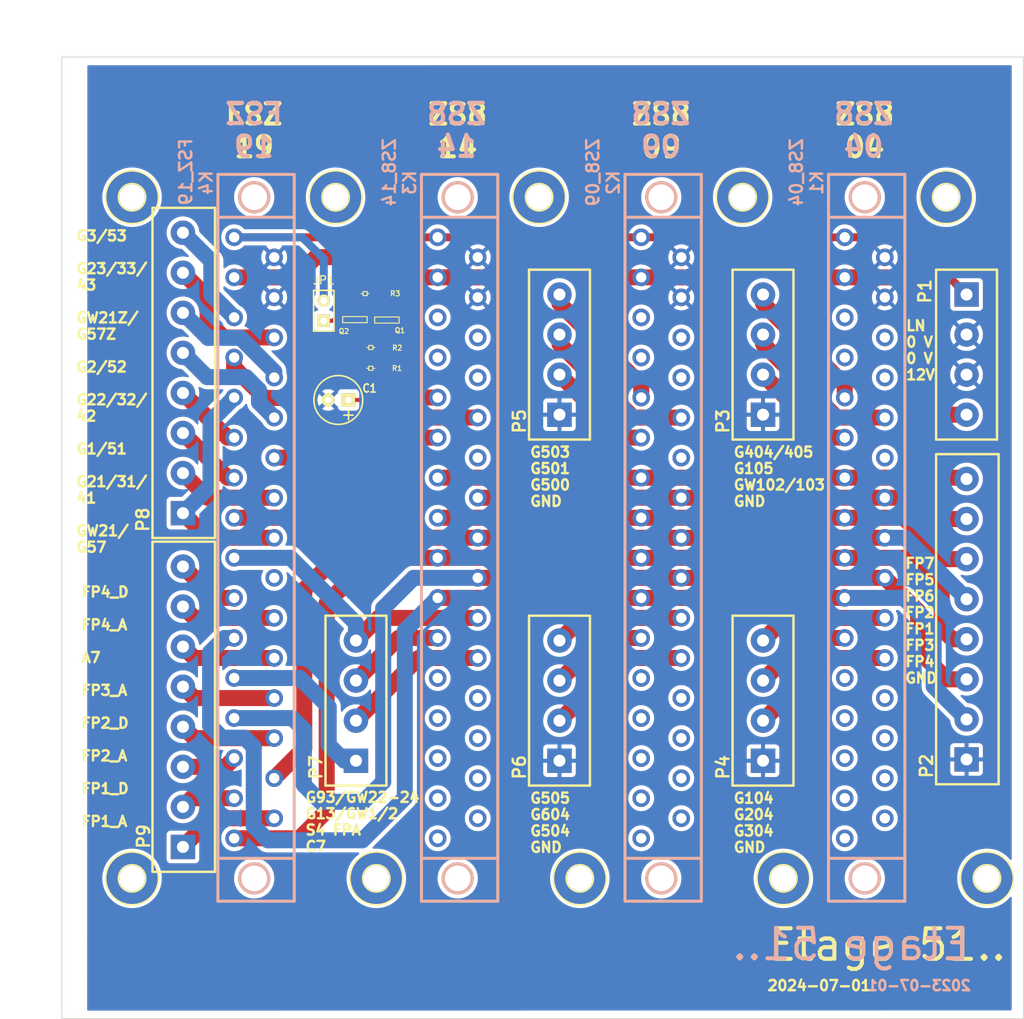
<source format=kicad_pcb>
(kicad_pcb (version 20211014) (generator pcbnew)
  (title_block (title "Bahnhof C Etage 51\\nBackplane") (date "2024-06-17") (rev "0437 -") (company "MV"))
  (layers (0 "F.Cu" signal) (31 "B.Cu" signal) (34 "B.Paste" user) (35 "F.Paste" user) (36 "B.SilkS" user "B.Silkscreen") (37 "F.SilkS" user "F.Silkscreen") (38 "B.Mask" user) (39 "F.Mask" user) (44 "Edge.Cuts" user))
  (net 0 "")
  (net 1 "/LN")
  (net 2 "GND")
  (net 3 "+12V")
  (net 4 "/OUT5")
  (net 5 "/FP1_A")
  (net 6 "/FP4_A")
  (net 7 "/FP3_A")
  (net 8 "/OUT4")
  (net 9 "/OUT6")
  (net 10 "/FP2_A")
  (net 11 "/FP6")
  (net 12 "/FP7")
  (net 13 "/FP2_D")
  (net 14 "/FP1")
  (net 15 "/FP4")
  (net 16 "/A7")
  (net 17 "/FP1_D")
  (net 18 "/FP4_D")
  (net 19 "/FP3")
  (net 20 "/FP5")
  (net 21 "/FP2")
  (net 22 "/G501Z")
  (net 23 "/G3Z")
  (net 24 "/G2Z")
  (net 25 "/OUT3")
  (net 26 "Net-(C1-Pad1)")
  (net 27 "Net-(JP1-Pad1)")
  (net 28 "Net-(Q1-Pad2)")
  (net 29 "Net-(Q1-Pad1)")
  (net 30 "/OUT1")
  (net 31 "/OUT2")
  (net 32 "/G1Z")
  (net 33 "/GW22_24Z")
  (net 34 "/GW21_G57")
  (net 35 "/G3_53")
  (net 36 "/G23_33_43")
  (net 37 "/G2_52")
  (net 38 "/G22_32_42")
  (net 39 "/G1_51")
  (net 40 "/G21_31_41")
  (net 41 "/GW21_G57Z")
  (net 42 "/GW1_2Z")
  (net 43 "/G503Z")
  (net 44 "/G500Z")
  (net 45 "/G505Z")
  (net 46 "/G604ZZ")
  (net 47 "/G504Z")
  (net 48 "/S4_FPA")
  (net 92 "/C7")
  (footprint "base:HOLE_32" (layer "F.Cu") (at 130.04 194.9)
    (fp_text reference "HOLE" hide)
    (fp_text value "Val**" hide)
  )
  (footprint "base:AKL320_08" (layer "F.Cu") (at 152.9 162.56 90)
    (fp_text reference "P2")
    (fp_text value "FPA_18" hide)
  )
  (footprint "base:R1206" (layer "F.Cu") (at 78.553 131.2454)
    (fp_text reference "R1")
    (fp_text value "33" hide)
  )
  (footprint "base:HOLE_32" (layer "F.Cu") (at 48.76 109.9)
    (fp_text reference "HOLE" hide)
    (fp_text value "Val**" hide)
  )
  (footprint "base:AKL320_04" (layer "F.Cu") (at 102.1 129.54 90)
    (fp_text reference "P5")
    (fp_text value "OUT645_19" hide)
  )
  (footprint "base:HOLE_32" (layer "F.Cu") (at 104.64 194.9)
    (fp_text reference "HOLE" hide)
    (fp_text value "Val**" hide)
  )
  (footprint "base:HOLE_32" (layer "F.Cu") (at 74.16 109.9)
    (fp_text reference "HOLE" hide)
    (fp_text value "Val**" hide)
  )
  (footprint "base:HOLE_32" (layer "F.Cu") (at 99.56 109.9)
    (fp_text reference "HOLE" hide)
    (fp_text value "Val**" hide)
  )
  (footprint "base:SOT23EBC" (layer "F.Cu") (at 80.5596 125.2256)
    (fp_text reference "Q1")
    (fp_text value "BC848C" hide)
  )
  (footprint "base:pin_array_1x2" (layer "F.Cu") (at 72.6856 124.0572)
    (fp_text reference "JP1")
    (fp_text value "LN" hide)
  )
  (footprint "base:HOLE_32" (layer "F.Cu") (at 79.24 194.9)
    (fp_text reference "HOLE" hide)
    (fp_text value "Val**" hide)
  )
  (footprint "base:C1V6" (layer "F.Cu") (at 74.5 135.2 180)
    (fp_text reference "C1")
    (fp_text value "33uF" hide)
  )
  (footprint "base:HOLE_32" (layer "F.Cu") (at 150.36 109.9)
    (fp_text reference "HOLE" hide)
    (fp_text value "Val**" hide)
  )
  (footprint "base:SOT23EBC" (layer "F.Cu") (at 76.5718 125.1748)
    (fp_text reference "Q2")
    (fp_text value "BC848C" hide)
  )
  (footprint "base:AKL320_04" (layer "F.Cu") (at 127.5 172.72 90)
    (fp_text reference "P4")
    (fp_text value "OUT213_14" hide)
  )
  (footprint "base:R1206" (layer "F.Cu") (at 78.553 128.6546 180)
    (fp_text reference "R2")
    (fp_text value "10k" hide)
  )
  (footprint "base:HOLE_32" (layer "F.Cu") (at 155.44 194.9)
    (fp_text reference "HOLE" hide)
    (fp_text value "Val**" hide)
  )
  (footprint "base:R1206" (layer "F.Cu") (at 77.8418 121.9236 180)
    (fp_text reference "R3")
    (fp_text value "47" hide)
  )
  (footprint "base:AKL320_04" (layer "F.Cu") (at 76.7 172.72 90)
    (fp_text reference "P7")
    (fp_text value "OUT213_24" hide)
  )
  (footprint "base:AKL320_04" (layer "F.Cu") (at 102.1 172.72 90)
    (fp_text reference "P6")
    (fp_text value "OUT213_19" hide)
  )
  (footprint "base:AKL320_04" (layer "F.Cu") (at 127.5 129.54 90)
    (fp_text reference "P3")
    (fp_text value "OUT645_14" hide)
  )
  (footprint "base:AKL320_04" (layer "F.Cu") (at 152.9 129.54 -90)
    (fp_text reference "P1")
    (fp_text value "PWR" hide)
  )
  (footprint "base:AKL320_08" (layer "F.Cu") (at 55.11 173.482 90)
    (fp_text reference "P9")
    (fp_text value "FSZ_49_2" hide)
  )
  (footprint "base:HOLE_32" (layer "F.Cu") (at 124.96 109.9)
    (fp_text reference "HOLE" hide)
    (fp_text value "Val**" hide)
  )
  (footprint "base:AKL320_08" (layer "F.Cu") (at 55.11 131.826 90)
    (fp_text reference "P8")
    (fp_text value "FSZ_49_1" hide)
  )
  (footprint "base:HOLE_32" (layer "F.Cu") (at 48.76 194.9)
    (fp_text reference "HOLE" hide)
    (fp_text value "Val**" hide)
  )
  (footprint "base:DIN41617-31_Bu" (layer "B.Cu") (at 114.8 152.4 -90)
    (fp_text reference "K2")
    (fp_text value "ZS8_09")
  )
  (footprint "base:DIN41617-31_Bu" (layer "B.Cu") (at 64 152.4 -90)
    (fp_text reference "K4")
    (fp_text value "FSZ_19")
  )
  (footprint "base:DIN41617-31_Bu" (layer "B.Cu") (at 140.2 152.4 -90)
    (fp_text reference "K1")
    (fp_text value "ZS8_04")
  )
  (footprint "base:DIN41617-31_Bu" (layer "B.Cu") (at 89.4 152.4 -90)
    (fp_text reference "K3")
    (fp_text value "ZS8_14")
  )
  (gr_line (start 40 92.4) (end 160 92.4) (layer "Edge.Cuts") (width 0.1))
  (gr_line (start 40 92.4) (end 40 212.4) (layer "Edge.Cuts") (width 0.1))
  (gr_line (start 40 212.4) (end 160 212.4) (layer "Edge.Cuts") (width 0.1))
  (gr_line (start 160 92.4) (end 160 212.4) (layer "Edge.Cuts") (width 0.1))
  (gr_text "FSZ\n19" (at 63.962522 101.546899) (layer "B.SilkS") (effects (font (size 2.54 2.54) (thickness 0.508)) (justify mirror)))
  (gr_text "ZS8\n04" (at 140.052944 101.546899) (layer "B.SilkS") (effects (font (size 2.54 2.54) (thickness 0.508)) (justify mirror)))
  (gr_text "Etage 51.." (at 153.6 203.137893) (layer "B.SilkS") (effects (font (size 3.81 3.81) (thickness 0.508)) (justify left mirror)))
  (gr_text "2023-07-01" (at 153.6 208.279138) (layer "B.SilkS") (effects (font (size 1.27 1.27) (thickness 0.3048)) (justify left mirror)))
  (gr_text "ZS8\n09" (at 114.75802 101.546899) (layer "B.SilkS") (effects (font (size 2.54 2.54) (thickness 0.508)) (justify mirror)))
  (gr_text "ZS8\n14" (at 89.257446 101.546899) (layer "B.SilkS") (effects (font (size 2.54 2.54) (thickness 0.508)) (justify mirror)))
  (gr_text "ZS8\n14" (at 89.4 101.6) (layer "F.SilkS") (effects (font (size 2.54 2.54) (thickness 0.508))))
  (gr_text "FP7\nFP5\nFP6\nFP2\nFP1\nFP3\nFP4\nGND" (at 145.1 162.75) (layer "F.SilkS") (effects (font (size 1.27 1.27) (thickness 0.3048)) (justify left)))
  (gr_text "FSZ\n19" (at 64 101.6) (layer "F.SilkS") (effects (font (size 2.54 2.54) (thickness 0.508))))
  (gr_text "ZS8\n04" (at 140.2 101.6) (layer "F.SilkS") (effects (font (size 2.54 2.54) (thickness 0.508))))
  (gr_text "ZS8\n09" (at 114.8 101.6) (layer "F.SilkS") (effects (font (size 2.54 2.54) (thickness 0.508))))
  (gr_text "G505\nG604\nG504\nGND" (at 98.29 187.96) (layer "F.SilkS") (effects (font (size 1.27 1.27) (thickness 0.3048)) (justify left)))
  (gr_text "FP4_D\n\nFP4_A\n\nA7\n\nFP3_A\n\nFP2_D\n\nFP2_A\n\nFP1_D\n\nFP1_A" (at 42.3 173.482) (layer "F.SilkS") (effects (font (size 1.27 1.27) (thickness 0.3048)) (justify left)))
  (gr_text "G3/53\n\nG23/33/\n43\n\nGW21Z/\nG57Z\n\nG2/52\n\nG22/32/\n42\n\nG1/51\n\nG21/31/\n41\n\nGW21/\nG57" (at 41.65 134.15) (layer "F.SilkS") (effects (font (size 1.27 1.27) (thickness 0.3048)) (justify left)))
  (gr_text "2024-07-01" (at 127.9 208.28) (layer "F.SilkS") (effects (font (size 1.27 1.27) (thickness 0.3048)) (justify left)))
  (gr_text "G104\nG204\nG304\nGND" (at 123.69 187.96) (layer "F.SilkS") (effects (font (size 1.27 1.27) (thickness 0.3048)) (justify left)))
  (gr_text "G404/405\nG105\nGW102/103\nGND" (at 123.69 144.78) (layer "F.SilkS") (effects (font (size 1.27 1.27) (thickness 0.3048)) (justify left)))
  (gr_text "Etage 51.." (at 127.9 203.2) (layer "F.SilkS") (effects (font (size 3.81 3.81) (thickness 0.508)) (justify left)))
  (gr_text "G93/GW22-24\nG13/GW1/2\nS4 FPA\nC7" (at 70.25 187.85) (layer "F.SilkS") (effects (font (size 1.27 1.27) (thickness 0.3048)) (justify left)))
  (gr_text "G503\nG501\nG500\nGND" (at 98.29 144.78) (layer "F.SilkS") (effects (font (size 1.27 1.27) (thickness 0.3048)) (justify left)))
  (gr_text "LN\n0 V\n0 V\n12V" (at 145.2 129) (layer "F.SilkS") (effects (font (size 1.27 1.27) (thickness 0.3048)) (justify left)))
  (segment (start 145.75936 114.9) (end 152.9 122.04064) (width 1) (layer "F.Cu") (net 1))
  (segment (start 86.9 114.9) (end 61.5 114.9) (width 1) (layer "F.Cu") (net 1))
  (segment (start 137.7 114.9) (end 145.75936 114.9) (width 1) (layer "F.Cu") (net 1))
  (segment (start 137.7 114.9) (end 112.3 114.9) (width 1) (layer "F.Cu") (net 1))
  (segment (start 112.3 114.9) (end 86.9 114.9) (width 1) (layer "F.Cu") (net 1))
  (segment (start 72.75 117.65) (end 72.6856 117.7144) (width 1) (layer "B.Cu") (net 1))
  (segment (start 61.5 114.9) (end 70 114.9) (width 1) (layer "B.Cu") (net 1))
  (segment (start 70 114.9) (end 72.75 117.65) (width 1) (layer "B.Cu") (net 1))
  (segment (start 72.6856 117.7144) (end 72.6856 122.7872) (width 1) (layer "B.Cu") (net 1))
  (segment (start 150.68934 137.03934) (end 152.9 137.03934) (width 2) (layer "F.Cu") (net 3))
  (segment (start 144.95 119.9) (end 148.5 123.45) (width 2) (layer "F.Cu") (net 3))
  (segment (start 75.3018 131.2708) (end 71.2708 131.2708) (width 0.5) (layer "F.Cu") (net 3))
  (segment (start 77.1306 131.2708) (end 77.156 131.2454) (width 0.5) (layer "F.Cu") (net 3))
  (segment (start 122.674 117.5004) (end 132.2244 117.5004) (width 2) (layer "F.Cu") (net 3))
  (segment (start 71.2708 131.2708) (end 69.1696 129.1696) (width 0.5) (layer "F.Cu") (net 3))
  (segment (start 83.4938 119.9) (end 86.9 119.9) (width 2) (layer "F.Cu") (net 3))
  (segment (start 94.3918 119.9) (end 96.7914 117.5004) (width 2) (layer "F.Cu") (net 3))
  (segment (start 148.5 134.85) (end 150.68934 137.03934) (width 2) (layer "F.Cu") (net 3))
  (segment (start 108.8938 119.9) (end 112.3 119.9) (width 2) (layer "F.Cu") (net 3))
  (segment (start 132.2244 117.5004) (end 134.624 119.9) (width 2) (layer "F.Cu") (net 3))
  (segment (start 112.3 119.9) (end 120.2744 119.9) (width 2) (layer "F.Cu") (net 3))
  (segment (start 75.3018 131.2708) (end 77.1306 131.2708) (width 0.5) (layer "F.Cu") (net 3))
  (segment (start 61.5 119.9) (end 69.1696 119.9) (width 2) (layer "F.Cu") (net 3))
  (segment (start 137.7 119.9) (end 144.95 119.9) (width 2) (layer "F.Cu") (net 3))
  (segment (start 134.624 119.9) (end 137.7 119.9) (width 2) (layer "F.Cu") (net 3))
  (segment (start 86.9 119.9) (end 94.3918 119.9) (width 2) (layer "F.Cu") (net 3))
  (segment (start 106.4942 117.5004) (end 108.8938 119.9) (width 2) (layer "F.Cu") (net 3))
  (segment (start 69.1696 119.9) (end 71.6962 117.3734) (width 2) (layer "F.Cu") (net 3))
  (segment (start 148.5 123.45) (end 148.5 134.85) (width 2) (layer "F.Cu") (net 3))
  (segment (start 69.1696 129.1696) (end 69.1696 119.9) (width 0.5) (layer "F.Cu") (net 3))
  (segment (start 71.6962 117.3734) (end 80.9672 117.3734) (width 2) (layer "F.Cu") (net 3))
  (segment (start 80.9672 117.3734) (end 83.4938 119.9) (width 2) (layer "F.Cu") (net 3))
  (segment (start 96.7914 117.5004) (end 106.4942 117.5004) (width 2) (layer "F.Cu") (net 3))
  (segment (start 120.2744 119.9) (end 122.674 117.5004) (width 2) (layer "F.Cu") (net 3))
  (segment (start 137.7 133.344366) (end 127.5 123.144366) (width 2) (layer "F.Cu") (net 4))
  (segment (start 137.7 134.9) (end 137.7 133.344366) (width 2) (layer "F.Cu") (net 4))
  (segment (start 127.5 123.144366) (end 127.5 122.04066) (width 2) (layer "F.Cu") (net 4))
  (segment (start 66.5 187.4) (end 58.69136 187.4) (width 2) (layer "F.Cu") (net 5))
  (segment (start 58.69136 187.4) (end 55.11 190.98136) (width 2) (layer "F.Cu") (net 5))
  (segment (start 56.52858 162.4) (end 55.11 160.98142) (width 2) (layer "F.Cu") (net 6))
  (segment (start 66.5 162.4) (end 56.52858 162.4) (width 2) (layer "F.Cu") (net 6))
  (segment (start 56.5286 172.4) (end 55.11 170.9814) (width 2) (layer "F.Cu") (net 7))
  (segment (start 66.5 172.4) (end 56.5286 172.4) (width 2) (layer "F.Cu") (net 7))
  (segment (start 142.7 137.4) (end 136.711678 137.4) (width 2) (layer "F.Cu") (net 8))
  (segment (start 136.711678 137.4) (end 127.5 128.188322) (width 2) (layer "F.Cu") (net 8))
  (segment (start 127.5 128.188322) (end 127.5 127.03938) (width 2) (layer "F.Cu") (net 8))
  (segment (start 137.7 139.9) (end 135.35936 139.9) (width 2) (layer "F.Cu") (net 9))
  (segment (start 135.35936 139.9) (end 127.5 132.04064) (width 2) (layer "F.Cu") (net 9))
  (segment (start 55.11 180.98138) (end 60.41862 180.98138) (width 2) (layer "F.Cu") (net 10))
  (segment (start 60.41862 180.98138) (end 61.5 179.9) (width 2) (layer "F.Cu") (net 10))
  (segment (start 86.9 149.9) (end 112.3 149.9) (width 2) (layer "F.Cu") (net 11))
  (segment (start 137.7 149.9) (end 145.05 149.9) (width 2) (layer "F.Cu") (net 11))
  (segment (start 112.3 149.9) (end 137.7 149.9) (width 2) (layer "F.Cu") (net 11))
  (segment (start 150.21068 155.06068) (end 152.9 155.06068) (width 2) (layer "F.Cu") (net 11))
  (segment (start 145.05 149.9) (end 150.21068 155.06068) (width 2) (layer "F.Cu") (net 11))
  (segment (start 152.7393 144.9) (end 152.9 145.0607) (width 2) (layer "F.Cu") (net 12))
  (segment (start 86.9 144.9) (end 112.3 144.9) (width 2) (layer "F.Cu") (net 12))
  (segment (start 112.3 144.9) (end 137.7 144.9) (width 2) (layer "F.Cu") (net 12))
  (segment (start 137.7 144.9) (end 152.7393 144.9) (width 2) (layer "F.Cu") (net 12))
  (segment (start 56.52856 177.40122) (end 55.11 175.98266) (width 2) (layer "F.Cu") (net 13))
  (segment (start 66.5 177.40122) (end 56.52856 177.40122) (width 2) (layer "F.Cu") (net 13))
  (segment (start 78.7 154.9) (end 86.9 154.9) (width 2) (layer "F.Cu") (net 14))
  (segment (start 149.8 159.6) (end 149.8 163.75) (width 2) (layer "F.Cu") (net 14))
  (segment (start 86.9 154.9) (end 112.3 154.9) (width 2) (layer "F.Cu") (net 14))
  (segment (start 73.05 186.5) (end 73.05 160.55) (width 2) (layer "F.Cu") (net 14))
  (segment (start 73.05 160.55) (end 78.7 154.9) (width 2) (layer "F.Cu") (net 14))
  (segment (start 149.8 163.75) (end 151.11066 165.06066) (width 2) (layer "F.Cu") (net 14))
  (segment (start 69.65 189.9) (end 73.05 186.5) (width 2) (layer "F.Cu") (net 14))
  (segment (start 112.3 154.9) (end 137.7 154.9) (width 2) (layer "F.Cu") (net 14))
  (segment (start 137.7 154.9) (end 145.1 154.9) (width 2) (layer "F.Cu") (net 14))
  (segment (start 145.1 154.9) (end 149.8 159.6) (width 2) (layer "F.Cu") (net 14))
  (segment (start 61.5 189.9) (end 69.65 189.9) (width 2) (layer "F.Cu") (net 14))
  (segment (start 151.11066 165.06066) (end 152.9 165.06066) (width 2) (layer "F.Cu") (net 14))
  (segment (start 137.7 159.9) (end 112.3 159.9) (width 2) (layer "F.Cu") (net 15))
  (segment (start 112.3 159.9) (end 86.9 159.9) (width 2) (layer "F.Cu") (net 15))
  (segment (start 82.8 164) (end 82.8 184.85) (width 2) (layer "B.Cu") (net 15))
  (segment (start 145.05 159.9) (end 148.8 163.65) (width 2) (layer "B.Cu") (net 15))
  (segment (start 148.8 170.96064) (end 152.9 175.06064) (width 2) (layer "B.Cu") (net 15))
  (segment (start 58.5 175.85) (end 58.5 166.7) (width 2) (layer "B.Cu") (net 15))
  (segment (start 77.5 190.15) (end 65.7 190.15) (width 2) (layer "B.Cu") (net 15))
  (segment (start 58.5 166.7) (end 60.3 164.9) (width 2) (layer "B.Cu") (net 15))
  (segment (start 148.8 163.65) (end 148.8 170.96064) (width 2) (layer "B.Cu") (net 15))
  (segment (start 86.9 159.9) (end 82.8 164) (width 2) (layer "B.Cu") (net 15))
  (segment (start 60.3 164.9) (end 61.5 164.9) (width 2) (layer "B.Cu") (net 15))
  (segment (start 63.95 188.4) (end 63.95 178.5) (width 2) (layer "B.Cu") (net 15))
  (segment (start 63.95 178.5) (end 62.8 177.35) (width 2) (layer "B.Cu") (net 15))
  (segment (start 60 177.35) (end 58.5 175.85) (width 2) (layer "B.Cu") (net 15))
  (segment (start 82.8 184.85) (end 77.5 190.15) (width 2) (layer "B.Cu") (net 15))
  (segment (start 62.8 177.35) (end 60 177.35) (width 2) (layer "B.Cu") (net 15))
  (segment (start 65.7 190.15) (end 63.95 188.4) (width 2) (layer "B.Cu") (net 15))
  (segment (start 137.7 159.9) (end 145.05 159.9) (width 2) (layer "B.Cu") (net 15))
  (segment (start 66.5 167.4) (end 56.52732 167.4) (width 2) (layer "F.Cu") (net 16))
  (segment (start 56.52732 167.4) (end 55.11 165.98268) (width 2) (layer "F.Cu") (net 16))
  (segment (start 56.19264 184.9) (end 55.11 185.98264) (width 2) (layer "F.Cu") (net 17))
  (segment (start 61.5 184.9) (end 56.19264 184.9) (width 2) (layer "F.Cu") (net 17))
  (segment (start 61.5 159.9) (end 59.0273 159.9) (width 2) (layer "F.Cu") (net 18))
  (segment (start 59.0273 159.9) (end 55.11 155.9827) (width 2) (layer "F.Cu") (net 18))
  (segment (start 142.7 157.4) (end 146.85 161.55) (width 2) (layer "F.Cu") (net 19))
  (segment (start 146.85 161.55) (end 146.85 166.45) (width 2) (layer "F.Cu") (net 19))
  (segment (start 146.85 166.45) (end 150.45938 170.05938) (width 2) (layer "F.Cu") (net 19))
  (segment (start 150.45938 170.05938) (end 152.9 170.05938) (width 2) (layer "F.Cu") (net 19))
  (segment (start 117.3 157.4) (end 91.9 157.4) (width 2) (layer "F.Cu") (net 19))
  (segment (start 142.7 157.4) (end 117.3 157.4) (width 2) (layer "F.Cu") (net 19))
  (segment (start 80.1 161.2) (end 80.1 182.85) (width 2) (layer "B.Cu") (net 19))
  (segment (start 70.2 176.35) (end 68.75 174.9) (width 2) (layer "B.Cu") (net 19))
  (segment (start 77.6 185.35) (end 72.3 185.35) (width 2) (layer "B.Cu") (net 19))
  (segment (start 91.9 157.4) (end 83.9 157.4) (width 2) (layer "B.Cu") (net 19))
  (segment (start 80.1 182.85) (end 77.6 185.35) (width 2) (layer "B.Cu") (net 19))
  (segment (start 72.3 185.35) (end 70.2 183.25) (width 2) (layer "B.Cu") (net 19))
  (segment (start 83.9 157.4) (end 80.1 161.2) (width 2) (layer "B.Cu") (net 19))
  (segment (start 70.2 183.25) (end 70.2 176.35) (width 2) (layer "B.Cu") (net 19))
  (segment (start 68.75 174.9) (end 61.5 174.9) (width 2) (layer "B.Cu") (net 19))
  (segment (start 147.3 147.4) (end 149.95942 150.05942) (width 2) (layer "F.Cu") (net 20))
  (segment (start 117.3 147.4) (end 91.9 147.4) (width 2) (layer "F.Cu") (net 20))
  (segment (start 142.7 147.4) (end 147.3 147.4) (width 2) (layer "F.Cu") (net 20))
  (segment (start 142.7 147.4) (end 117.3 147.4) (width 2) (layer "F.Cu") (net 20))
  (segment (start 149.95942 150.05942) (end 152.9 150.05942) (width 2) (layer "F.Cu") (net 20))
  (segment (start 117.3 152.4) (end 91.9 152.4) (width 2) (layer "F.Cu") (net 21))
  (segment (start 70.25 178.64994) (end 70.25 158.85) (width 2) (layer "F.Cu") (net 21))
  (segment (start 66.5 182.39994) (end 70.25 178.64994) (width 2) (layer "F.Cu") (net 21))
  (segment (start 142.7 152.4) (end 117.3 152.4) (width 2) (layer "F.Cu") (net 21))
  (segment (start 70.25 158.85) (end 76.7 152.4) (width 2) (layer "F.Cu") (net 21))
  (segment (start 76.7 152.4) (end 91.9 152.4) (width 2) (layer "F.Cu") (net 21))
  (segment (start 142.7 152.4) (end 145.2406 152.4) (width 2) (layer "B.Cu") (net 21))
  (segment (start 145.2406 152.4) (end 152.9 160.0594) (width 2) (layer "B.Cu") (net 21))
  (segment (start 111.311678 137.4) (end 102.1 128.188322) (width 2) (layer "F.Cu") (net 22))
  (segment (start 117.3 137.4) (end 111.311678 137.4) (width 2) (layer "F.Cu") (net 22))
  (segment (start 102.1 128.188322) (end 102.1 127.03938) (width 2) (layer "F.Cu") (net 22))
  (segment (start 81.45 134.9) (end 86.9 134.9) (width 2) (layer "F.Cu") (net 23))
  (segment (start 61.5 129.9) (end 61.5 131.15) (width 2) (layer "F.Cu") (net 23))
  (segment (start 77.2 139.15) (end 81.45 134.9) (width 2) (layer "F.Cu") (net 23))
  (segment (start 61.5 131.15) (end 65.3 134.95) (width 2) (layer "F.Cu") (net 23))
  (segment (start 68.1 134.95) (end 72.3 139.15) (width 2) (layer "F.Cu") (net 23))
  (segment (start 65.3 134.95) (end 68.1 134.95) (width 2) (layer "F.Cu") (net 23))
  (segment (start 72.3 139.15) (end 77.2 139.15) (width 2) (layer "F.Cu") (net 23))
  (segment (start 83.1 137.4) (end 78.1 142.4) (width 2) (layer "F.Cu") (net 24))
  (segment (start 78.1 142.4) (end 66.5 142.4) (width 2) (layer "F.Cu") (net 24))
  (segment (start 91.9 137.4) (end 83.1 137.4) (width 2) (layer "F.Cu") (net 24))
  (segment (start 142.7 162.4) (end 130.32066 162.4) (width 2) (layer "F.Cu") (net 25))
  (segment (start 130.32066 162.4) (end 127.5 165.22066) (width 2) (layer "F.Cu") (net 25))
  (segment (start 79.95 128.6546) (end 79.95 127.664) (width 0.5) (layer "F.Cu") (net 26))
  (segment (start 79.8992 131.2962) (end 79.95 131.2454) (width 0.5) (layer "F.Cu") (net 26))
  (segment (start 77.8 135.2) (end 75.77 135.2) (width 0.5) (layer "F.Cu") (net 26))
  (segment (start 79.95 131.2454) (end 79.95 133.05) (width 0.5) (layer "F.Cu") (net 26))
  (segment (start 80.5596 127.0544) (end 80.5596 126.2416) (width 0.5) (layer "F.Cu") (net 26))
  (segment (start 79.95 133.05) (end 77.8 135.2) (width 0.5) (layer "F.Cu") (net 26))
  (segment (start 79.95 131.2454) (end 79.95 128.6546) (width 0.5) (layer "F.Cu") (net 26))
  (segment (start 79.95 127.664) (end 80.5596 127.0544) (width 0.5) (layer "F.Cu") (net 26))
  (segment (start 75.6828 123.727) (end 76.4448 122.965) (width 0.5) (layer "F.Cu") (net 27))
  (segment (start 76.4448 122.965) (end 76.4448 121.9236) (width 0.5) (layer "F.Cu") (net 27))
  (segment (start 75.6828 124.1588) (end 75.6828 123.727) (width 0.5) (layer "F.Cu") (net 27))
  (segment (start 74.9462 124.1588) (end 75.6828 124.1588) (width 0.5) (layer "F.Cu") (net 27))
  (segment (start 73.7778 125.3272) (end 74.9462 124.1588) (width 0.5) (layer "F.Cu") (net 27))
  (segment (start 72.6856 125.3272) (end 73.7778 125.3272) (width 0.5) (layer "F.Cu") (net 27))
  (segment (start 81.4486 124.2096) (end 80.4326 125.2256) (width 0.5) (layer "F.Cu") (net 28))
  (segment (start 77.156 127.791) (end 76.5718 127.2068) (width 0.5) (layer "F.Cu") (net 28))
  (segment (start 77.156 128.6546) (end 77.156 127.791) (width 0.5) (layer "F.Cu") (net 28))
  (segment (start 77.537 125.2256) (end 76.5718 126.1908) (width 0.5) (layer "F.Cu") (net 28))
  (segment (start 80.4326 125.2256) (end 77.537 125.2256) (width 0.5) (layer "F.Cu") (net 28))
  (segment (start 76.5718 127.2068) (end 76.5718 126.1908) (width 0.5) (layer "F.Cu") (net 28))
  (segment (start 77.4608 124.1588) (end 79.6198 124.1588) (width 0.5) (layer "F.Cu") (net 29))
  (segment (start 79.6198 124.1588) (end 79.6706 124.2096) (width 0.5) (layer "F.Cu") (net 29))
  (segment (start 79.6706 123.3206) (end 79.2388 122.8888) (width 0.5) (layer "F.Cu") (net 29))
  (segment (start 79.6706 124.2096) (end 79.6706 123.3206) (width 0.5) (layer "F.Cu") (net 29))
  (segment (start 79.2388 122.8888) (end 79.2388 121.9236) (width 0.5) (layer "F.Cu") (net 29))
  (segment (start 137.7 164.9) (end 132.81938 164.9) (width 2) (layer "F.Cu") (net 30))
  (segment (start 132.81938 164.9) (end 127.5 170.21938) (width 2) (layer "F.Cu") (net 30))
  (segment (start 135.32064 167.4) (end 127.5 175.22064) (width 2) (layer "F.Cu") (net 31))
  (segment (start 142.7 167.4) (end 135.32064 167.4) (width 2) (layer "F.Cu") (net 31))
  (segment (start 84.75 139.9) (end 74.75 149.9) (width 2) (layer "F.Cu") (net 32))
  (segment (start 86.9 139.9) (end 84.75 139.9) (width 2) (layer "F.Cu") (net 32))
  (segment (start 74.75 149.9) (end 61.5 149.9) (width 2) (layer "F.Cu") (net 32))
  (segment (start 79.52066 162.4) (end 91.9 162.4) (width 2) (layer "F.Cu") (net 33))
  (segment (start 76.7 165.22066) (end 79.52066 162.4) (width 2) (layer "F.Cu") (net 33))
  (segment (start 76.7 165.22066) (end 76.7 163.065399) (width 2) (layer "B.Cu") (net 33))
  (segment (start 68.534601 154.9) (end 61.5 154.9) (width 2) (layer "B.Cu") (net 33))
  (segment (start 76.7 163.065399) (end 68.534601 154.9) (width 2) (layer "B.Cu") (net 33))
  (segment (start 66.5 152.4) (end 58.18464 152.4) (width 2) (layer "F.Cu") (net 34))
  (segment (start 58.18464 152.4) (end 55.11 149.32536) (width 2) (layer "F.Cu") (net 34))
  (segment (start 55.11 149.32536) (end 58.55 145.88536) (width 2) (layer "B.Cu") (net 34))
  (segment (start 58.55 145.88536) (end 58.55 137.85) (width 2) (layer "B.Cu") (net 34))
  (segment (start 58.55 137.85) (end 61.5 134.9) (width 2) (layer "B.Cu") (net 34))
  (segment (start 58.65 122.05) (end 58.65 117.8667) (width 2) (layer "B.Cu") (net 35))
  (segment (start 61.5 124.9) (end 58.65 122.05) (width 2) (layer "B.Cu") (net 35))
  (segment (start 58.65 117.8667) (end 55.11 114.3267) (width 2) (layer "B.Cu") (net 35))
  (segment (start 60.2 127.4) (end 58.18458 125.38458) (width 2) (layer "F.Cu") (net 36))
  (segment (start 58.18458 125.38458) (end 58.18458 122.4) (width 2) (layer "F.Cu") (net 36))
  (segment (start 66.5 127.4) (end 60.2 127.4) (width 2) (layer "F.Cu") (net 36))
  (segment (start 58.18458 122.4) (end 55.11 119.32542) (width 2) (layer "F.Cu") (net 36))
  (segment (start 58.1346 132.35) (end 63 132.35) (width 2) (layer "B.Cu") (net 37))
  (segment (start 64.6 135.5) (end 66.5 137.4) (width 2) (layer "B.Cu") (net 37))
  (segment (start 64.6 133.95) (end 64.6 135.5) (width 2) (layer "B.Cu") (net 37))
  (segment (start 63 132.35) (end 64.6 133.95) (width 2) (layer "B.Cu") (net 37))
  (segment (start 55.11 129.3254) (end 58.1346 132.35) (width 2) (layer "B.Cu") (net 37))
  (segment (start 61.5 139.9) (end 60.68334 139.9) (width 2) (layer "F.Cu") (net 38))
  (segment (start 60.68334 139.9) (end 55.11 134.32666) (width 2) (layer "F.Cu") (net 38))
  (segment (start 61.5 144.9) (end 60.68462 144.9) (width 2) (layer "F.Cu") (net 39))
  (segment (start 60.68462 144.9) (end 55.11 139.32538) (width 2) (layer "F.Cu") (net 39))
  (segment (start 66.5 147.4) (end 58.18336 147.4) (width 2) (layer "F.Cu") (net 40))
  (segment (start 58.18336 147.4) (end 55.11 144.32664) (width 2) (layer "F.Cu") (net 40))
  (segment (start 66.5 131.647308) (end 66.5 132.4) (width 2) (layer "B.Cu") (net 41))
  (segment (start 62.302692 127.45) (end 66.5 131.647308) (width 2) (layer "B.Cu") (net 41))
  (segment (start 55.11 124.32668) (end 58.23332 127.45) (width 2) (layer "B.Cu") (net 41))
  (segment (start 58.23332 127.45) (end 62.302692 127.45) (width 2) (layer "B.Cu") (net 41))
  (segment (start 82.01938 164.9) (end 76.7 170.21938) (width 2) (layer "F.Cu") (net 42))
  (segment (start 86.9 164.9) (end 82.01938 164.9) (width 2) (layer "F.Cu") (net 42))
  (segment (start 112.3 134.9) (end 112.3 133.344366) (width 2) (layer "F.Cu") (net 43))
  (segment (start 112.3 133.344366) (end 102.1 123.144366) (width 2) (layer "F.Cu") (net 43))
  (segment (start 102.1 123.144366) (end 102.1 122.04066) (width 2) (layer "F.Cu") (net 43))
  (segment (start 112.3 139.9) (end 109.95936 139.9) (width 2) (layer "F.Cu") (net 44))
  (segment (start 109.95936 139.9) (end 102.1 132.04064) (width 2) (layer "F.Cu") (net 44))
  (segment (start 104.92066 162.4) (end 102.1 165.22066) (width 2) (layer "F.Cu") (net 45))
  (segment (start 117.3 162.4) (end 104.92066 162.4) (width 2) (layer "F.Cu") (net 45))
  (segment (start 107.41938 164.9) (end 102.1 170.21938) (width 2) (layer "F.Cu") (net 46))
  (segment (start 112.3 164.9) (end 107.41938 164.9) (width 2) (layer "F.Cu") (net 46))
  (segment (start 109.92064 167.4) (end 102.1 175.22064) (width 2) (layer "F.Cu") (net 47))
  (segment (start 117.3 167.4) (end 109.92064 167.4) (width 2) (layer "F.Cu") (net 47))
  (segment (start 91.9 167.4) (end 84.52064 167.4) (width 2) (layer "F.Cu") (net 48))
  (segment (start 84.52064 167.4) (end 76.7 175.22064) (width 2) (layer "F.Cu") (net 48))
  (segment (start 73.3 178.25) (end 75.26936 180.21936) (width 2) (layer "B.Cu") (net 92))
  (segment (start 73.3 173.5) (end 73.3 178.25) (width 2) (layer "B.Cu") (net 92))
  (segment (start 75.26936 180.21936) (end 76.7 180.21936) (width 2) (layer "B.Cu") (net 92))
  (segment (start 69.7 169.9) (end 73.3 173.5) (width 2) (layer "B.Cu") (net 92))
  (segment (start 61.5 169.9) (end 69.7 169.9) (width 2) (layer "B.Cu") (net 92))
  (zone (net 2) (net_name "GND") (layer "B.Cu") (connect_pads (clearance 0.508)) (min_thickness 0.254) (fill yes (thermal_gap 0.508) (thermal_bridge_width 0.508))
    (polygon (pts (xy 158.536 93.4212) (xy 158.536 211.3788) (xy 43.157957 211.41112) (xy 43.183357 93.42812)))
  )
)
</source>
